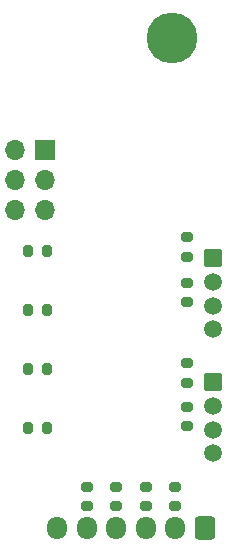
<source format=gbs>
%TF.GenerationSoftware,KiCad,Pcbnew,8.0.1*%
%TF.CreationDate,2024-08-07T00:37:21+09:00*%
%TF.ProjectId,insulation_board,696e7375-6c61-4746-996f-6e5f626f6172,rev?*%
%TF.SameCoordinates,Original*%
%TF.FileFunction,Soldermask,Bot*%
%TF.FilePolarity,Negative*%
%FSLAX46Y46*%
G04 Gerber Fmt 4.6, Leading zero omitted, Abs format (unit mm)*
G04 Created by KiCad (PCBNEW 8.0.1) date 2024-08-07 00:37:21*
%MOMM*%
%LPD*%
G01*
G04 APERTURE LIST*
G04 Aperture macros list*
%AMRoundRect*
0 Rectangle with rounded corners*
0 $1 Rounding radius*
0 $2 $3 $4 $5 $6 $7 $8 $9 X,Y pos of 4 corners*
0 Add a 4 corners polygon primitive as box body*
4,1,4,$2,$3,$4,$5,$6,$7,$8,$9,$2,$3,0*
0 Add four circle primitives for the rounded corners*
1,1,$1+$1,$2,$3*
1,1,$1+$1,$4,$5*
1,1,$1+$1,$6,$7*
1,1,$1+$1,$8,$9*
0 Add four rect primitives between the rounded corners*
20,1,$1+$1,$2,$3,$4,$5,0*
20,1,$1+$1,$4,$5,$6,$7,0*
20,1,$1+$1,$6,$7,$8,$9,0*
20,1,$1+$1,$8,$9,$2,$3,0*%
G04 Aperture macros list end*
%ADD10C,4.300000*%
%ADD11RoundRect,0.102000X-0.654000X0.654000X-0.654000X-0.654000X0.654000X-0.654000X0.654000X0.654000X0*%
%ADD12C,1.512000*%
%ADD13RoundRect,0.250000X0.600000X0.725000X-0.600000X0.725000X-0.600000X-0.725000X0.600000X-0.725000X0*%
%ADD14O,1.700000X1.950000*%
%ADD15O,1.700000X1.700000*%
%ADD16R,1.700000X1.700000*%
%ADD17RoundRect,0.200000X-0.275000X0.200000X-0.275000X-0.200000X0.275000X-0.200000X0.275000X0.200000X0*%
%ADD18RoundRect,0.200000X-0.200000X-0.275000X0.200000X-0.275000X0.200000X0.275000X-0.200000X0.275000X0*%
%ADD19RoundRect,0.200000X0.275000X-0.200000X0.275000X0.200000X-0.275000X0.200000X-0.275000X-0.200000X0*%
G04 APERTURE END LIST*
D10*
%TO.C,H1*%
X178250000Y-36000000D03*
%TD*%
D11*
%TO.C,J4*%
X181650000Y-54650000D03*
D12*
X181650000Y-56650000D03*
X181650000Y-58650000D03*
X181650000Y-60650000D03*
%TD*%
D13*
%TO.C,J1*%
X181000000Y-77500000D03*
D14*
X178500000Y-77500000D03*
X176000000Y-77500000D03*
X173500000Y-77500000D03*
X171000000Y-77500000D03*
X168500000Y-77500000D03*
%TD*%
D11*
%TO.C,J2*%
X181650000Y-65150000D03*
D12*
X181650000Y-67150000D03*
X181650000Y-69150000D03*
X181650000Y-71150000D03*
%TD*%
D15*
%TO.C,J3*%
X164960000Y-50580000D03*
X167500000Y-50580000D03*
X164960000Y-48040000D03*
X167500000Y-48040000D03*
X164960000Y-45500000D03*
D16*
X167500000Y-45500000D03*
%TD*%
D17*
%TO.C,R7*%
X179500000Y-67190000D03*
X179500000Y-68840000D03*
%TD*%
D18*
%TO.C,R1*%
X166000000Y-54000000D03*
X167650000Y-54000000D03*
%TD*%
D19*
%TO.C,R5*%
X179500000Y-65190000D03*
X179500000Y-63540000D03*
%TD*%
D18*
%TO.C,R4*%
X166000000Y-69000000D03*
X167650000Y-69000000D03*
%TD*%
D17*
%TO.C,R10*%
X176000000Y-74000000D03*
X176000000Y-75650000D03*
%TD*%
D18*
%TO.C,R2*%
X166000000Y-59000000D03*
X167650000Y-59000000D03*
%TD*%
D17*
%TO.C,R8*%
X179500000Y-56690000D03*
X179500000Y-58340000D03*
%TD*%
D19*
%TO.C,R6*%
X179500000Y-54500000D03*
X179500000Y-52850000D03*
%TD*%
D17*
%TO.C,R16*%
X173500000Y-74000000D03*
X173500000Y-75650000D03*
%TD*%
%TO.C,R11*%
X178500000Y-74000000D03*
X178500000Y-75650000D03*
%TD*%
%TO.C,R13*%
X171000000Y-74000000D03*
X171000000Y-75650000D03*
%TD*%
D18*
%TO.C,R3*%
X166000000Y-64000000D03*
X167650000Y-64000000D03*
%TD*%
M02*

</source>
